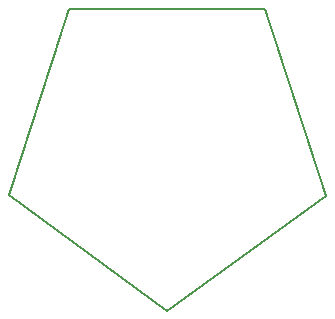
<source format=gbr>
G04 #@! TF.FileFunction,Profile,NP*
%FSLAX46Y46*%
G04 Gerber Fmt 4.6, Leading zero omitted, Abs format (unit mm)*
G04 Created by KiCad (PCBNEW 4.0.7) date 05/29/18 15:24:09*
%MOMM*%
%LPD*%
G01*
G04 APERTURE LIST*
%ADD10C,0.100000*%
%ADD11C,0.150000*%
G04 APERTURE END LIST*
D10*
D11*
X151500000Y-81500000D02*
X146400000Y-97300000D01*
X168100000Y-81500000D02*
X151500000Y-81500000D01*
X173250000Y-97350000D02*
X168100000Y-81500000D01*
X159800000Y-107050000D02*
X173250000Y-97350000D01*
X146400000Y-97300000D02*
X159800000Y-107050000D01*
D10*
X146404628Y-97295691D02*
X150770500Y-83858920D01*
M02*

</source>
